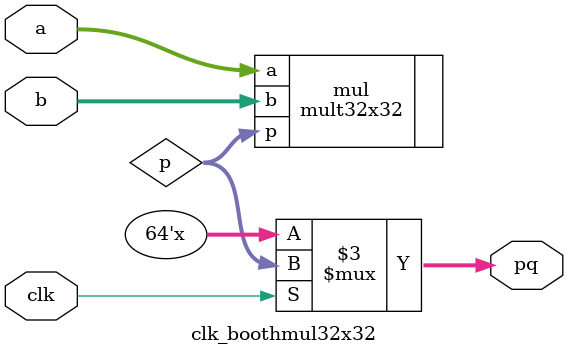
<source format=v>


`include "rtl/boothmul32x32.v"

module clk_boothmul32x32 (a,b,pq,clk);

input [31:0] a,b;
output [63:0] pq;
input clk;

reg [63:0] pq;
wire [63:0] p;

 mult32x32 mul (.a(a),.b(b),.p(p));

 always @* begin
  if (clk == 1) pq <= p;
 end 

endmodule



</source>
